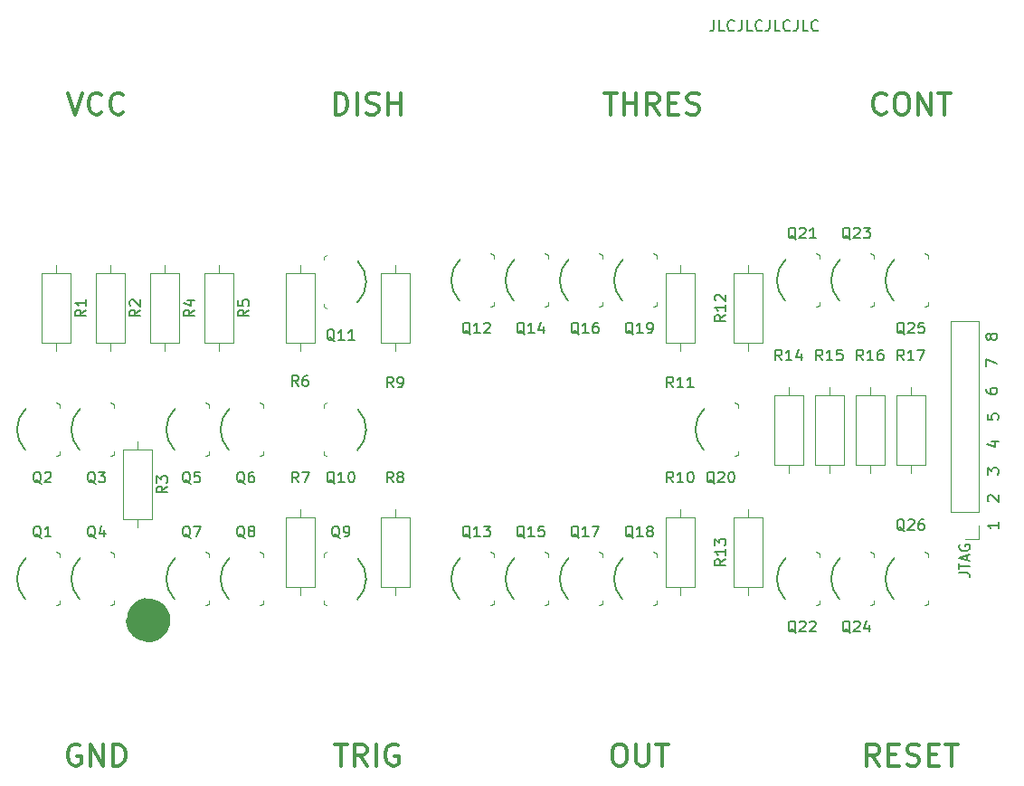
<source format=gbr>
G04 #@! TF.GenerationSoftware,KiCad,Pcbnew,(5.1.0)-1*
G04 #@! TF.CreationDate,2019-05-16T15:59:12+08:00*
G04 #@! TF.ProjectId,555,3535352e-6b69-4636-9164-5f7063625858,V1.001*
G04 #@! TF.SameCoordinates,Original*
G04 #@! TF.FileFunction,Legend,Top*
G04 #@! TF.FilePolarity,Positive*
%FSLAX46Y46*%
G04 Gerber Fmt 4.6, Leading zero omitted, Abs format (unit mm)*
G04 Created by KiCad (PCBNEW (5.1.0)-1) date 2019-05-16 15:59:12*
%MOMM*%
%LPD*%
G04 APERTURE LIST*
%ADD10C,0.203200*%
%ADD11C,0.100000*%
%ADD12C,4.000000*%
%ADD13C,0.150000*%
%ADD14C,0.120000*%
%ADD15C,0.304800*%
G04 APERTURE END LIST*
D10*
X159899047Y-103093761D02*
X159850666Y-103190523D01*
X159802285Y-103238904D01*
X159705523Y-103287285D01*
X159657142Y-103287285D01*
X159560380Y-103238904D01*
X159512000Y-103190523D01*
X159463619Y-103093761D01*
X159463619Y-102900238D01*
X159512000Y-102803476D01*
X159560380Y-102755095D01*
X159657142Y-102706714D01*
X159705523Y-102706714D01*
X159802285Y-102755095D01*
X159850666Y-102803476D01*
X159899047Y-102900238D01*
X159899047Y-103093761D01*
X159947428Y-103190523D01*
X159995809Y-103238904D01*
X160092571Y-103287285D01*
X160286095Y-103287285D01*
X160382857Y-103238904D01*
X160431238Y-103190523D01*
X160479619Y-103093761D01*
X160479619Y-102900238D01*
X160431238Y-102803476D01*
X160382857Y-102755095D01*
X160286095Y-102706714D01*
X160092571Y-102706714D01*
X159995809Y-102755095D01*
X159947428Y-102803476D01*
X159899047Y-102900238D01*
X159463619Y-105748666D02*
X159463619Y-105071333D01*
X160479619Y-105506761D01*
X159463619Y-107883476D02*
X159463619Y-108077000D01*
X159512000Y-108173761D01*
X159560380Y-108222142D01*
X159705523Y-108318904D01*
X159899047Y-108367285D01*
X160286095Y-108367285D01*
X160382857Y-108318904D01*
X160431238Y-108270523D01*
X160479619Y-108173761D01*
X160479619Y-107980238D01*
X160431238Y-107883476D01*
X160382857Y-107835095D01*
X160286095Y-107786714D01*
X160044190Y-107786714D01*
X159947428Y-107835095D01*
X159899047Y-107883476D01*
X159850666Y-107980238D01*
X159850666Y-108173761D01*
X159899047Y-108270523D01*
X159947428Y-108318904D01*
X160044190Y-108367285D01*
X159590619Y-110248095D02*
X159590619Y-110731904D01*
X160074428Y-110780285D01*
X160026047Y-110731904D01*
X159977666Y-110635142D01*
X159977666Y-110393238D01*
X160026047Y-110296476D01*
X160074428Y-110248095D01*
X160171190Y-110199714D01*
X160413095Y-110199714D01*
X160509857Y-110248095D01*
X160558238Y-110296476D01*
X160606619Y-110393238D01*
X160606619Y-110635142D01*
X160558238Y-110731904D01*
X160509857Y-110780285D01*
X159929285Y-112836476D02*
X160606619Y-112836476D01*
X159542238Y-113078380D02*
X160267952Y-113320285D01*
X160267952Y-112691333D01*
X159590619Y-115908666D02*
X159590619Y-115279714D01*
X159977666Y-115618380D01*
X159977666Y-115473238D01*
X160026047Y-115376476D01*
X160074428Y-115328095D01*
X160171190Y-115279714D01*
X160413095Y-115279714D01*
X160509857Y-115328095D01*
X160558238Y-115376476D01*
X160606619Y-115473238D01*
X160606619Y-115763523D01*
X160558238Y-115860285D01*
X160509857Y-115908666D01*
X159687380Y-118400285D02*
X159639000Y-118351904D01*
X159590619Y-118255142D01*
X159590619Y-118013238D01*
X159639000Y-117916476D01*
X159687380Y-117868095D01*
X159784142Y-117819714D01*
X159880904Y-117819714D01*
X160026047Y-117868095D01*
X160606619Y-118448666D01*
X160606619Y-117819714D01*
X160606619Y-120359714D02*
X160606619Y-120940285D01*
X160606619Y-120650000D02*
X159590619Y-120650000D01*
X159735761Y-120746761D01*
X159832523Y-120843523D01*
X159880904Y-120940285D01*
D11*
G36*
X81915000Y-130175000D02*
G01*
X80645000Y-130175000D01*
X80645000Y-128905000D01*
X81280000Y-128905000D01*
X81915000Y-130175000D01*
G37*
X81915000Y-130175000D02*
X80645000Y-130175000D01*
X80645000Y-128905000D01*
X81280000Y-128905000D01*
X81915000Y-130175000D01*
D12*
X81126000Y-129540000D02*
G75*
G03X81126000Y-129540000I-100000J0D01*
G01*
D10*
X133991047Y-73357619D02*
X133991047Y-74083333D01*
X133942666Y-74228476D01*
X133845904Y-74325238D01*
X133700761Y-74373619D01*
X133604000Y-74373619D01*
X134958666Y-74373619D02*
X134474857Y-74373619D01*
X134474857Y-73357619D01*
X135877904Y-74276857D02*
X135829523Y-74325238D01*
X135684380Y-74373619D01*
X135587619Y-74373619D01*
X135442476Y-74325238D01*
X135345714Y-74228476D01*
X135297333Y-74131714D01*
X135248952Y-73938190D01*
X135248952Y-73793047D01*
X135297333Y-73599523D01*
X135345714Y-73502761D01*
X135442476Y-73406000D01*
X135587619Y-73357619D01*
X135684380Y-73357619D01*
X135829523Y-73406000D01*
X135877904Y-73454380D01*
X136603619Y-73357619D02*
X136603619Y-74083333D01*
X136555238Y-74228476D01*
X136458476Y-74325238D01*
X136313333Y-74373619D01*
X136216571Y-74373619D01*
X137571238Y-74373619D02*
X137087428Y-74373619D01*
X137087428Y-73357619D01*
X138490476Y-74276857D02*
X138442095Y-74325238D01*
X138296952Y-74373619D01*
X138200190Y-74373619D01*
X138055047Y-74325238D01*
X137958285Y-74228476D01*
X137909904Y-74131714D01*
X137861523Y-73938190D01*
X137861523Y-73793047D01*
X137909904Y-73599523D01*
X137958285Y-73502761D01*
X138055047Y-73406000D01*
X138200190Y-73357619D01*
X138296952Y-73357619D01*
X138442095Y-73406000D01*
X138490476Y-73454380D01*
X139216190Y-73357619D02*
X139216190Y-74083333D01*
X139167809Y-74228476D01*
X139071047Y-74325238D01*
X138925904Y-74373619D01*
X138829142Y-74373619D01*
X140183809Y-74373619D02*
X139700000Y-74373619D01*
X139700000Y-73357619D01*
X141103047Y-74276857D02*
X141054666Y-74325238D01*
X140909523Y-74373619D01*
X140812761Y-74373619D01*
X140667619Y-74325238D01*
X140570857Y-74228476D01*
X140522476Y-74131714D01*
X140474095Y-73938190D01*
X140474095Y-73793047D01*
X140522476Y-73599523D01*
X140570857Y-73502761D01*
X140667619Y-73406000D01*
X140812761Y-73357619D01*
X140909523Y-73357619D01*
X141054666Y-73406000D01*
X141103047Y-73454380D01*
X141828761Y-73357619D02*
X141828761Y-74083333D01*
X141780380Y-74228476D01*
X141683619Y-74325238D01*
X141538476Y-74373619D01*
X141441714Y-74373619D01*
X142796380Y-74373619D02*
X142312571Y-74373619D01*
X142312571Y-73357619D01*
X143715619Y-74276857D02*
X143667238Y-74325238D01*
X143522095Y-74373619D01*
X143425333Y-74373619D01*
X143280190Y-74325238D01*
X143183428Y-74228476D01*
X143135047Y-74131714D01*
X143086666Y-73938190D01*
X143086666Y-73793047D01*
X143135047Y-73599523D01*
X143183428Y-73502761D01*
X143280190Y-73406000D01*
X143425333Y-73357619D01*
X143522095Y-73357619D01*
X143667238Y-73406000D01*
X143715619Y-73454380D01*
D13*
X125450000Y-95780000D02*
G75*
G03X125400000Y-99630000I1900000J-1950000D01*
G01*
D11*
X128600000Y-95380000D02*
X128300000Y-95230000D01*
X128600000Y-95380000D02*
X128600000Y-95680000D01*
X128600000Y-99780000D02*
X128600000Y-100080000D01*
X128600000Y-100080000D02*
X128300000Y-100230000D01*
D14*
X87630000Y-104370000D02*
X87630000Y-103600000D01*
X87630000Y-96290000D02*
X87630000Y-97060000D01*
X89000000Y-103600000D02*
X89000000Y-97060000D01*
X86260000Y-103600000D02*
X89000000Y-103600000D01*
X86260000Y-97060000D02*
X86260000Y-103600000D01*
X89000000Y-97060000D02*
X86260000Y-97060000D01*
X81380000Y-113570000D02*
X78640000Y-113570000D01*
X78640000Y-113570000D02*
X78640000Y-120110000D01*
X78640000Y-120110000D02*
X81380000Y-120110000D01*
X81380000Y-120110000D02*
X81380000Y-113570000D01*
X80010000Y-112800000D02*
X80010000Y-113570000D01*
X80010000Y-120880000D02*
X80010000Y-120110000D01*
X158810000Y-121980000D02*
X157480000Y-121980000D01*
X158810000Y-120650000D02*
X158810000Y-121980000D01*
X158810000Y-119380000D02*
X156150000Y-119380000D01*
X156150000Y-119380000D02*
X156150000Y-101540000D01*
X158810000Y-119380000D02*
X158810000Y-101540000D01*
X158810000Y-101540000D02*
X156150000Y-101540000D01*
D13*
X69570000Y-123720000D02*
G75*
G03X69520000Y-127570000I1900000J-1950000D01*
G01*
D11*
X72720000Y-123320000D02*
X72420000Y-123170000D01*
X72720000Y-123320000D02*
X72720000Y-123620000D01*
X72720000Y-127720000D02*
X72720000Y-128020000D01*
X72720000Y-128020000D02*
X72420000Y-128170000D01*
D13*
X69570000Y-109750000D02*
G75*
G03X69520000Y-113600000I1900000J-1950000D01*
G01*
D11*
X72720000Y-109350000D02*
X72420000Y-109200000D01*
X72720000Y-109350000D02*
X72720000Y-109650000D01*
X72720000Y-113750000D02*
X72720000Y-114050000D01*
X72720000Y-114050000D02*
X72420000Y-114200000D01*
X77800000Y-114050000D02*
X77500000Y-114200000D01*
X77800000Y-113750000D02*
X77800000Y-114050000D01*
X77800000Y-109350000D02*
X77800000Y-109650000D01*
X77800000Y-109350000D02*
X77500000Y-109200000D01*
D13*
X74650000Y-109750000D02*
G75*
G03X74600000Y-113600000I1900000J-1950000D01*
G01*
X74650000Y-123720000D02*
G75*
G03X74600000Y-127570000I1900000J-1950000D01*
G01*
D11*
X77800000Y-123320000D02*
X77500000Y-123170000D01*
X77800000Y-123320000D02*
X77800000Y-123620000D01*
X77800000Y-127720000D02*
X77800000Y-128020000D01*
X77800000Y-128020000D02*
X77500000Y-128170000D01*
D13*
X83540000Y-109750000D02*
G75*
G03X83490000Y-113600000I1900000J-1950000D01*
G01*
D11*
X86690000Y-109350000D02*
X86390000Y-109200000D01*
X86690000Y-109350000D02*
X86690000Y-109650000D01*
X86690000Y-113750000D02*
X86690000Y-114050000D01*
X86690000Y-114050000D02*
X86390000Y-114200000D01*
D13*
X88620000Y-109750000D02*
G75*
G03X88570000Y-113600000I1900000J-1950000D01*
G01*
D11*
X91770000Y-109350000D02*
X91470000Y-109200000D01*
X91770000Y-109350000D02*
X91770000Y-109650000D01*
X91770000Y-113750000D02*
X91770000Y-114050000D01*
X91770000Y-114050000D02*
X91470000Y-114200000D01*
X86690000Y-128020000D02*
X86390000Y-128170000D01*
X86690000Y-127720000D02*
X86690000Y-128020000D01*
X86690000Y-123320000D02*
X86690000Y-123620000D01*
X86690000Y-123320000D02*
X86390000Y-123170000D01*
D13*
X83540000Y-123720000D02*
G75*
G03X83490000Y-127570000I1900000J-1950000D01*
G01*
D11*
X91770000Y-128020000D02*
X91470000Y-128170000D01*
X91770000Y-127720000D02*
X91770000Y-128020000D01*
X91770000Y-123320000D02*
X91770000Y-123620000D01*
X91770000Y-123320000D02*
X91470000Y-123170000D01*
D13*
X88620000Y-123720000D02*
G75*
G03X88570000Y-127570000I1900000J-1950000D01*
G01*
D11*
X97460000Y-123313000D02*
X97760000Y-123163000D01*
X97460000Y-123613000D02*
X97460000Y-123313000D01*
X97460000Y-128013000D02*
X97460000Y-127713000D01*
X97460000Y-128013000D02*
X97760000Y-128163000D01*
D13*
X100610000Y-127613000D02*
G75*
G03X100660000Y-123763000I-1900000J1950000D01*
G01*
X100610000Y-113643000D02*
G75*
G03X100660000Y-109793000I-1900000J1950000D01*
G01*
D11*
X97460000Y-114043000D02*
X97760000Y-114193000D01*
X97460000Y-114043000D02*
X97460000Y-113743000D01*
X97460000Y-109643000D02*
X97460000Y-109343000D01*
X97460000Y-109343000D02*
X97760000Y-109193000D01*
D13*
X100610000Y-99800000D02*
G75*
G03X100660000Y-95950000I-1900000J1950000D01*
G01*
D11*
X97460000Y-100200000D02*
X97760000Y-100350000D01*
X97460000Y-100200000D02*
X97460000Y-99900000D01*
X97460000Y-95800000D02*
X97460000Y-95500000D01*
X97460000Y-95500000D02*
X97760000Y-95350000D01*
D13*
X110210000Y-95780000D02*
G75*
G03X110160000Y-99630000I1900000J-1950000D01*
G01*
D11*
X113360000Y-95380000D02*
X113060000Y-95230000D01*
X113360000Y-95380000D02*
X113360000Y-95680000D01*
X113360000Y-99780000D02*
X113360000Y-100080000D01*
X113360000Y-100080000D02*
X113060000Y-100230000D01*
X113360000Y-128020000D02*
X113060000Y-128170000D01*
X113360000Y-127720000D02*
X113360000Y-128020000D01*
X113360000Y-123320000D02*
X113360000Y-123620000D01*
X113360000Y-123320000D02*
X113060000Y-123170000D01*
D13*
X110210000Y-123720000D02*
G75*
G03X110160000Y-127570000I1900000J-1950000D01*
G01*
D11*
X118440000Y-100080000D02*
X118140000Y-100230000D01*
X118440000Y-99780000D02*
X118440000Y-100080000D01*
X118440000Y-95380000D02*
X118440000Y-95680000D01*
X118440000Y-95380000D02*
X118140000Y-95230000D01*
D13*
X115290000Y-95780000D02*
G75*
G03X115240000Y-99630000I1900000J-1950000D01*
G01*
X115290000Y-123720000D02*
G75*
G03X115240000Y-127570000I1900000J-1950000D01*
G01*
D11*
X118440000Y-123320000D02*
X118140000Y-123170000D01*
X118440000Y-123320000D02*
X118440000Y-123620000D01*
X118440000Y-127720000D02*
X118440000Y-128020000D01*
X118440000Y-128020000D02*
X118140000Y-128170000D01*
D13*
X120370000Y-95780000D02*
G75*
G03X120320000Y-99630000I1900000J-1950000D01*
G01*
D11*
X123520000Y-95380000D02*
X123220000Y-95230000D01*
X123520000Y-95380000D02*
X123520000Y-95680000D01*
X123520000Y-99780000D02*
X123520000Y-100080000D01*
X123520000Y-100080000D02*
X123220000Y-100230000D01*
X123520000Y-128020000D02*
X123220000Y-128170000D01*
X123520000Y-127720000D02*
X123520000Y-128020000D01*
X123520000Y-123320000D02*
X123520000Y-123620000D01*
X123520000Y-123320000D02*
X123220000Y-123170000D01*
D13*
X120370000Y-123720000D02*
G75*
G03X120320000Y-127570000I1900000J-1950000D01*
G01*
D11*
X128600000Y-128020000D02*
X128300000Y-128170000D01*
X128600000Y-127720000D02*
X128600000Y-128020000D01*
X128600000Y-123320000D02*
X128600000Y-123620000D01*
X128600000Y-123320000D02*
X128300000Y-123170000D01*
D13*
X125450000Y-123720000D02*
G75*
G03X125400000Y-127570000I1900000J-1950000D01*
G01*
X133070000Y-109750000D02*
G75*
G03X133020000Y-113600000I1900000J-1950000D01*
G01*
D11*
X136220000Y-109350000D02*
X135920000Y-109200000D01*
X136220000Y-109350000D02*
X136220000Y-109650000D01*
X136220000Y-113750000D02*
X136220000Y-114050000D01*
X136220000Y-114050000D02*
X135920000Y-114200000D01*
X143840000Y-100080000D02*
X143540000Y-100230000D01*
X143840000Y-99780000D02*
X143840000Y-100080000D01*
X143840000Y-95380000D02*
X143840000Y-95680000D01*
X143840000Y-95380000D02*
X143540000Y-95230000D01*
D13*
X140690000Y-95780000D02*
G75*
G03X140640000Y-99630000I1900000J-1950000D01*
G01*
D11*
X143840000Y-128020000D02*
X143540000Y-128170000D01*
X143840000Y-127720000D02*
X143840000Y-128020000D01*
X143840000Y-123320000D02*
X143840000Y-123620000D01*
X143840000Y-123320000D02*
X143540000Y-123170000D01*
D13*
X140690000Y-123720000D02*
G75*
G03X140640000Y-127570000I1900000J-1950000D01*
G01*
D11*
X148920000Y-100080000D02*
X148620000Y-100230000D01*
X148920000Y-99780000D02*
X148920000Y-100080000D01*
X148920000Y-95380000D02*
X148920000Y-95680000D01*
X148920000Y-95380000D02*
X148620000Y-95230000D01*
D13*
X145770000Y-95780000D02*
G75*
G03X145720000Y-99630000I1900000J-1950000D01*
G01*
X145770000Y-123720000D02*
G75*
G03X145720000Y-127570000I1900000J-1950000D01*
G01*
D11*
X148920000Y-123320000D02*
X148620000Y-123170000D01*
X148920000Y-123320000D02*
X148920000Y-123620000D01*
X148920000Y-127720000D02*
X148920000Y-128020000D01*
X148920000Y-128020000D02*
X148620000Y-128170000D01*
D13*
X150850000Y-95780000D02*
G75*
G03X150800000Y-99630000I1900000J-1950000D01*
G01*
D11*
X154000000Y-95380000D02*
X153700000Y-95230000D01*
X154000000Y-95380000D02*
X154000000Y-95680000D01*
X154000000Y-99780000D02*
X154000000Y-100080000D01*
X154000000Y-100080000D02*
X153700000Y-100230000D01*
D13*
X150850000Y-123720000D02*
G75*
G03X150800000Y-127570000I1900000J-1950000D01*
G01*
D11*
X154000000Y-123320000D02*
X153700000Y-123170000D01*
X154000000Y-123320000D02*
X154000000Y-123620000D01*
X154000000Y-127720000D02*
X154000000Y-128020000D01*
X154000000Y-128020000D02*
X153700000Y-128170000D01*
D14*
X73760000Y-97060000D02*
X71020000Y-97060000D01*
X71020000Y-97060000D02*
X71020000Y-103600000D01*
X71020000Y-103600000D02*
X73760000Y-103600000D01*
X73760000Y-103600000D02*
X73760000Y-97060000D01*
X72390000Y-96290000D02*
X72390000Y-97060000D01*
X72390000Y-104370000D02*
X72390000Y-103600000D01*
X78840000Y-97060000D02*
X76100000Y-97060000D01*
X76100000Y-97060000D02*
X76100000Y-103600000D01*
X76100000Y-103600000D02*
X78840000Y-103600000D01*
X78840000Y-103600000D02*
X78840000Y-97060000D01*
X77470000Y-96290000D02*
X77470000Y-97060000D01*
X77470000Y-104370000D02*
X77470000Y-103600000D01*
X82550000Y-104370000D02*
X82550000Y-103600000D01*
X82550000Y-96290000D02*
X82550000Y-97060000D01*
X83920000Y-103600000D02*
X83920000Y-97060000D01*
X81180000Y-103600000D02*
X83920000Y-103600000D01*
X81180000Y-97060000D02*
X81180000Y-103600000D01*
X83920000Y-97060000D02*
X81180000Y-97060000D01*
X93880000Y-103600000D02*
X96620000Y-103600000D01*
X96620000Y-103600000D02*
X96620000Y-97060000D01*
X96620000Y-97060000D02*
X93880000Y-97060000D01*
X93880000Y-97060000D02*
X93880000Y-103600000D01*
X95250000Y-104370000D02*
X95250000Y-103600000D01*
X95250000Y-96290000D02*
X95250000Y-97060000D01*
X95250000Y-127230000D02*
X95250000Y-126460000D01*
X95250000Y-119150000D02*
X95250000Y-119920000D01*
X96620000Y-126460000D02*
X96620000Y-119920000D01*
X93880000Y-126460000D02*
X96620000Y-126460000D01*
X93880000Y-119920000D02*
X93880000Y-126460000D01*
X96620000Y-119920000D02*
X93880000Y-119920000D01*
X104140000Y-127230000D02*
X104140000Y-126460000D01*
X104140000Y-119150000D02*
X104140000Y-119920000D01*
X105510000Y-126460000D02*
X105510000Y-119920000D01*
X102770000Y-126460000D02*
X105510000Y-126460000D01*
X102770000Y-119920000D02*
X102770000Y-126460000D01*
X105510000Y-119920000D02*
X102770000Y-119920000D01*
X102770000Y-103600000D02*
X105510000Y-103600000D01*
X105510000Y-103600000D02*
X105510000Y-97060000D01*
X105510000Y-97060000D02*
X102770000Y-97060000D01*
X102770000Y-97060000D02*
X102770000Y-103600000D01*
X104140000Y-104370000D02*
X104140000Y-103600000D01*
X104140000Y-96290000D02*
X104140000Y-97060000D01*
X130810000Y-119150000D02*
X130810000Y-119920000D01*
X130810000Y-127230000D02*
X130810000Y-126460000D01*
X129440000Y-119920000D02*
X129440000Y-126460000D01*
X132180000Y-119920000D02*
X129440000Y-119920000D01*
X132180000Y-126460000D02*
X132180000Y-119920000D01*
X129440000Y-126460000D02*
X132180000Y-126460000D01*
X130810000Y-96290000D02*
X130810000Y-97060000D01*
X130810000Y-104370000D02*
X130810000Y-103600000D01*
X129440000Y-97060000D02*
X129440000Y-103600000D01*
X132180000Y-97060000D02*
X129440000Y-97060000D01*
X132180000Y-103600000D02*
X132180000Y-97060000D01*
X129440000Y-103600000D02*
X132180000Y-103600000D01*
X138530000Y-97060000D02*
X135790000Y-97060000D01*
X135790000Y-97060000D02*
X135790000Y-103600000D01*
X135790000Y-103600000D02*
X138530000Y-103600000D01*
X138530000Y-103600000D02*
X138530000Y-97060000D01*
X137160000Y-96290000D02*
X137160000Y-97060000D01*
X137160000Y-104370000D02*
X137160000Y-103600000D01*
X135790000Y-126460000D02*
X138530000Y-126460000D01*
X138530000Y-126460000D02*
X138530000Y-119920000D01*
X138530000Y-119920000D02*
X135790000Y-119920000D01*
X135790000Y-119920000D02*
X135790000Y-126460000D01*
X137160000Y-127230000D02*
X137160000Y-126460000D01*
X137160000Y-119150000D02*
X137160000Y-119920000D01*
X140970000Y-107720000D02*
X140970000Y-108490000D01*
X140970000Y-115800000D02*
X140970000Y-115030000D01*
X139600000Y-108490000D02*
X139600000Y-115030000D01*
X142340000Y-108490000D02*
X139600000Y-108490000D01*
X142340000Y-115030000D02*
X142340000Y-108490000D01*
X139600000Y-115030000D02*
X142340000Y-115030000D01*
X144780000Y-107720000D02*
X144780000Y-108490000D01*
X144780000Y-115800000D02*
X144780000Y-115030000D01*
X143410000Y-108490000D02*
X143410000Y-115030000D01*
X146150000Y-108490000D02*
X143410000Y-108490000D01*
X146150000Y-115030000D02*
X146150000Y-108490000D01*
X143410000Y-115030000D02*
X146150000Y-115030000D01*
X149960000Y-108490000D02*
X147220000Y-108490000D01*
X147220000Y-108490000D02*
X147220000Y-115030000D01*
X147220000Y-115030000D02*
X149960000Y-115030000D01*
X149960000Y-115030000D02*
X149960000Y-108490000D01*
X148590000Y-107720000D02*
X148590000Y-108490000D01*
X148590000Y-115800000D02*
X148590000Y-115030000D01*
X152400000Y-107720000D02*
X152400000Y-108490000D01*
X152400000Y-115800000D02*
X152400000Y-115030000D01*
X151030000Y-108490000D02*
X151030000Y-115030000D01*
X153770000Y-108490000D02*
X151030000Y-108490000D01*
X153770000Y-115030000D02*
X153770000Y-108490000D01*
X151030000Y-115030000D02*
X153770000Y-115030000D01*
D15*
X98552000Y-82199238D02*
X98552000Y-80167238D01*
X99035809Y-80167238D01*
X99326095Y-80264000D01*
X99519619Y-80457523D01*
X99616380Y-80651047D01*
X99713142Y-81038095D01*
X99713142Y-81328380D01*
X99616380Y-81715428D01*
X99519619Y-81908952D01*
X99326095Y-82102476D01*
X99035809Y-82199238D01*
X98552000Y-82199238D01*
X100584000Y-82199238D02*
X100584000Y-80167238D01*
X101454857Y-82102476D02*
X101745142Y-82199238D01*
X102228952Y-82199238D01*
X102422476Y-82102476D01*
X102519238Y-82005714D01*
X102616000Y-81812190D01*
X102616000Y-81618666D01*
X102519238Y-81425142D01*
X102422476Y-81328380D01*
X102228952Y-81231619D01*
X101841904Y-81134857D01*
X101648380Y-81038095D01*
X101551619Y-80941333D01*
X101454857Y-80747809D01*
X101454857Y-80554285D01*
X101551619Y-80360761D01*
X101648380Y-80264000D01*
X101841904Y-80167238D01*
X102325714Y-80167238D01*
X102616000Y-80264000D01*
X103486857Y-82199238D02*
X103486857Y-80167238D01*
X103486857Y-81134857D02*
X104648000Y-81134857D01*
X104648000Y-82199238D02*
X104648000Y-80167238D01*
X149448761Y-143159238D02*
X148771428Y-142191619D01*
X148287619Y-143159238D02*
X148287619Y-141127238D01*
X149061714Y-141127238D01*
X149255238Y-141224000D01*
X149352000Y-141320761D01*
X149448761Y-141514285D01*
X149448761Y-141804571D01*
X149352000Y-141998095D01*
X149255238Y-142094857D01*
X149061714Y-142191619D01*
X148287619Y-142191619D01*
X150319619Y-142094857D02*
X150996952Y-142094857D01*
X151287238Y-143159238D02*
X150319619Y-143159238D01*
X150319619Y-141127238D01*
X151287238Y-141127238D01*
X152061333Y-143062476D02*
X152351619Y-143159238D01*
X152835428Y-143159238D01*
X153028952Y-143062476D01*
X153125714Y-142965714D01*
X153222476Y-142772190D01*
X153222476Y-142578666D01*
X153125714Y-142385142D01*
X153028952Y-142288380D01*
X152835428Y-142191619D01*
X152448380Y-142094857D01*
X152254857Y-141998095D01*
X152158095Y-141901333D01*
X152061333Y-141707809D01*
X152061333Y-141514285D01*
X152158095Y-141320761D01*
X152254857Y-141224000D01*
X152448380Y-141127238D01*
X152932190Y-141127238D01*
X153222476Y-141224000D01*
X154093333Y-142094857D02*
X154770666Y-142094857D01*
X155060952Y-143159238D02*
X154093333Y-143159238D01*
X154093333Y-141127238D01*
X155060952Y-141127238D01*
X155641523Y-141127238D02*
X156802666Y-141127238D01*
X156222095Y-143159238D02*
X156222095Y-141127238D01*
X98503619Y-141127238D02*
X99664761Y-141127238D01*
X99084190Y-143159238D02*
X99084190Y-141127238D01*
X101503238Y-143159238D02*
X100825904Y-142191619D01*
X100342095Y-143159238D02*
X100342095Y-141127238D01*
X101116190Y-141127238D01*
X101309714Y-141224000D01*
X101406476Y-141320761D01*
X101503238Y-141514285D01*
X101503238Y-141804571D01*
X101406476Y-141998095D01*
X101309714Y-142094857D01*
X101116190Y-142191619D01*
X100342095Y-142191619D01*
X102374095Y-143159238D02*
X102374095Y-141127238D01*
X104406095Y-141224000D02*
X104212571Y-141127238D01*
X103922285Y-141127238D01*
X103632000Y-141224000D01*
X103438476Y-141417523D01*
X103341714Y-141611047D01*
X103244952Y-141998095D01*
X103244952Y-142288380D01*
X103341714Y-142675428D01*
X103438476Y-142868952D01*
X103632000Y-143062476D01*
X103922285Y-143159238D01*
X104115809Y-143159238D01*
X104406095Y-143062476D01*
X104502857Y-142965714D01*
X104502857Y-142288380D01*
X104115809Y-142288380D01*
X124968000Y-141127238D02*
X125355047Y-141127238D01*
X125548571Y-141224000D01*
X125742095Y-141417523D01*
X125838857Y-141804571D01*
X125838857Y-142481904D01*
X125742095Y-142868952D01*
X125548571Y-143062476D01*
X125355047Y-143159238D01*
X124968000Y-143159238D01*
X124774476Y-143062476D01*
X124580952Y-142868952D01*
X124484190Y-142481904D01*
X124484190Y-141804571D01*
X124580952Y-141417523D01*
X124774476Y-141224000D01*
X124968000Y-141127238D01*
X126709714Y-141127238D02*
X126709714Y-142772190D01*
X126806476Y-142965714D01*
X126903238Y-143062476D01*
X127096761Y-143159238D01*
X127483809Y-143159238D01*
X127677333Y-143062476D01*
X127774095Y-142965714D01*
X127870857Y-142772190D01*
X127870857Y-141127238D01*
X128548190Y-141127238D02*
X129709333Y-141127238D01*
X129128761Y-143159238D02*
X129128761Y-141127238D01*
X150126095Y-82005714D02*
X150029333Y-82102476D01*
X149739047Y-82199238D01*
X149545523Y-82199238D01*
X149255238Y-82102476D01*
X149061714Y-81908952D01*
X148964952Y-81715428D01*
X148868190Y-81328380D01*
X148868190Y-81038095D01*
X148964952Y-80651047D01*
X149061714Y-80457523D01*
X149255238Y-80264000D01*
X149545523Y-80167238D01*
X149739047Y-80167238D01*
X150029333Y-80264000D01*
X150126095Y-80360761D01*
X151384000Y-80167238D02*
X151771047Y-80167238D01*
X151964571Y-80264000D01*
X152158095Y-80457523D01*
X152254857Y-80844571D01*
X152254857Y-81521904D01*
X152158095Y-81908952D01*
X151964571Y-82102476D01*
X151771047Y-82199238D01*
X151384000Y-82199238D01*
X151190476Y-82102476D01*
X150996952Y-81908952D01*
X150900190Y-81521904D01*
X150900190Y-80844571D01*
X150996952Y-80457523D01*
X151190476Y-80264000D01*
X151384000Y-80167238D01*
X153125714Y-82199238D02*
X153125714Y-80167238D01*
X154286857Y-82199238D01*
X154286857Y-80167238D01*
X154964190Y-80167238D02*
X156125333Y-80167238D01*
X155544761Y-82199238D02*
X155544761Y-80167238D01*
X74651809Y-141224000D02*
X74458285Y-141127238D01*
X74168000Y-141127238D01*
X73877714Y-141224000D01*
X73684190Y-141417523D01*
X73587428Y-141611047D01*
X73490666Y-141998095D01*
X73490666Y-142288380D01*
X73587428Y-142675428D01*
X73684190Y-142868952D01*
X73877714Y-143062476D01*
X74168000Y-143159238D01*
X74361523Y-143159238D01*
X74651809Y-143062476D01*
X74748571Y-142965714D01*
X74748571Y-142288380D01*
X74361523Y-142288380D01*
X75619428Y-143159238D02*
X75619428Y-141127238D01*
X76780571Y-143159238D01*
X76780571Y-141127238D01*
X77748190Y-143159238D02*
X77748190Y-141127238D01*
X78232000Y-141127238D01*
X78522285Y-141224000D01*
X78715809Y-141417523D01*
X78812571Y-141611047D01*
X78909333Y-141998095D01*
X78909333Y-142288380D01*
X78812571Y-142675428D01*
X78715809Y-142868952D01*
X78522285Y-143062476D01*
X78232000Y-143159238D01*
X77748190Y-143159238D01*
X123722190Y-80167238D02*
X124883333Y-80167238D01*
X124302761Y-82199238D02*
X124302761Y-80167238D01*
X125560666Y-82199238D02*
X125560666Y-80167238D01*
X125560666Y-81134857D02*
X126721809Y-81134857D01*
X126721809Y-82199238D02*
X126721809Y-80167238D01*
X128850571Y-82199238D02*
X128173238Y-81231619D01*
X127689428Y-82199238D02*
X127689428Y-80167238D01*
X128463523Y-80167238D01*
X128657047Y-80264000D01*
X128753809Y-80360761D01*
X128850571Y-80554285D01*
X128850571Y-80844571D01*
X128753809Y-81038095D01*
X128657047Y-81134857D01*
X128463523Y-81231619D01*
X127689428Y-81231619D01*
X129721428Y-81134857D02*
X130398761Y-81134857D01*
X130689047Y-82199238D02*
X129721428Y-82199238D01*
X129721428Y-80167238D01*
X130689047Y-80167238D01*
X131463142Y-82102476D02*
X131753428Y-82199238D01*
X132237238Y-82199238D01*
X132430761Y-82102476D01*
X132527523Y-82005714D01*
X132624285Y-81812190D01*
X132624285Y-81618666D01*
X132527523Y-81425142D01*
X132430761Y-81328380D01*
X132237238Y-81231619D01*
X131850190Y-81134857D01*
X131656666Y-81038095D01*
X131559904Y-80941333D01*
X131463142Y-80747809D01*
X131463142Y-80554285D01*
X131559904Y-80360761D01*
X131656666Y-80264000D01*
X131850190Y-80167238D01*
X132334000Y-80167238D01*
X132624285Y-80264000D01*
X73490666Y-80167238D02*
X74168000Y-82199238D01*
X74845333Y-80167238D01*
X76683809Y-82005714D02*
X76587047Y-82102476D01*
X76296761Y-82199238D01*
X76103238Y-82199238D01*
X75812952Y-82102476D01*
X75619428Y-81908952D01*
X75522666Y-81715428D01*
X75425904Y-81328380D01*
X75425904Y-81038095D01*
X75522666Y-80651047D01*
X75619428Y-80457523D01*
X75812952Y-80264000D01*
X76103238Y-80167238D01*
X76296761Y-80167238D01*
X76587047Y-80264000D01*
X76683809Y-80360761D01*
X78715809Y-82005714D02*
X78619047Y-82102476D01*
X78328761Y-82199238D01*
X78135238Y-82199238D01*
X77844952Y-82102476D01*
X77651428Y-81908952D01*
X77554666Y-81715428D01*
X77457904Y-81328380D01*
X77457904Y-81038095D01*
X77554666Y-80651047D01*
X77651428Y-80457523D01*
X77844952Y-80264000D01*
X78135238Y-80167238D01*
X78328761Y-80167238D01*
X78619047Y-80264000D01*
X78715809Y-80360761D01*
D13*
X126428571Y-102782619D02*
X126333333Y-102735000D01*
X126238095Y-102639761D01*
X126095238Y-102496904D01*
X126000000Y-102449285D01*
X125904761Y-102449285D01*
X125952380Y-102687380D02*
X125857142Y-102639761D01*
X125761904Y-102544523D01*
X125714285Y-102354047D01*
X125714285Y-102020714D01*
X125761904Y-101830238D01*
X125857142Y-101735000D01*
X125952380Y-101687380D01*
X126142857Y-101687380D01*
X126238095Y-101735000D01*
X126333333Y-101830238D01*
X126380952Y-102020714D01*
X126380952Y-102354047D01*
X126333333Y-102544523D01*
X126238095Y-102639761D01*
X126142857Y-102687380D01*
X125952380Y-102687380D01*
X127333333Y-102687380D02*
X126761904Y-102687380D01*
X127047619Y-102687380D02*
X127047619Y-101687380D01*
X126952380Y-101830238D01*
X126857142Y-101925476D01*
X126761904Y-101973095D01*
X127809523Y-102687380D02*
X128000000Y-102687380D01*
X128095238Y-102639761D01*
X128142857Y-102592142D01*
X128238095Y-102449285D01*
X128285714Y-102258809D01*
X128285714Y-101877857D01*
X128238095Y-101782619D01*
X128190476Y-101735000D01*
X128095238Y-101687380D01*
X127904761Y-101687380D01*
X127809523Y-101735000D01*
X127761904Y-101782619D01*
X127714285Y-101877857D01*
X127714285Y-102115952D01*
X127761904Y-102211190D01*
X127809523Y-102258809D01*
X127904761Y-102306428D01*
X128095238Y-102306428D01*
X128190476Y-102258809D01*
X128238095Y-102211190D01*
X128285714Y-102115952D01*
X90452380Y-100496666D02*
X89976190Y-100830000D01*
X90452380Y-101068095D02*
X89452380Y-101068095D01*
X89452380Y-100687142D01*
X89500000Y-100591904D01*
X89547619Y-100544285D01*
X89642857Y-100496666D01*
X89785714Y-100496666D01*
X89880952Y-100544285D01*
X89928571Y-100591904D01*
X89976190Y-100687142D01*
X89976190Y-101068095D01*
X89452380Y-99591904D02*
X89452380Y-100068095D01*
X89928571Y-100115714D01*
X89880952Y-100068095D01*
X89833333Y-99972857D01*
X89833333Y-99734761D01*
X89880952Y-99639523D01*
X89928571Y-99591904D01*
X90023809Y-99544285D01*
X90261904Y-99544285D01*
X90357142Y-99591904D01*
X90404761Y-99639523D01*
X90452380Y-99734761D01*
X90452380Y-99972857D01*
X90404761Y-100068095D01*
X90357142Y-100115714D01*
X82832380Y-117006666D02*
X82356190Y-117340000D01*
X82832380Y-117578095D02*
X81832380Y-117578095D01*
X81832380Y-117197142D01*
X81880000Y-117101904D01*
X81927619Y-117054285D01*
X82022857Y-117006666D01*
X82165714Y-117006666D01*
X82260952Y-117054285D01*
X82308571Y-117101904D01*
X82356190Y-117197142D01*
X82356190Y-117578095D01*
X81832380Y-116673333D02*
X81832380Y-116054285D01*
X82213333Y-116387619D01*
X82213333Y-116244761D01*
X82260952Y-116149523D01*
X82308571Y-116101904D01*
X82403809Y-116054285D01*
X82641904Y-116054285D01*
X82737142Y-116101904D01*
X82784761Y-116149523D01*
X82832380Y-116244761D01*
X82832380Y-116530476D01*
X82784761Y-116625714D01*
X82737142Y-116673333D01*
X156932380Y-125118666D02*
X157646666Y-125118666D01*
X157789523Y-125166285D01*
X157884761Y-125261523D01*
X157932380Y-125404380D01*
X157932380Y-125499619D01*
X156932380Y-124785333D02*
X156932380Y-124213904D01*
X157932380Y-124499619D02*
X156932380Y-124499619D01*
X157646666Y-123928190D02*
X157646666Y-123452000D01*
X157932380Y-124023428D02*
X156932380Y-123690095D01*
X157932380Y-123356761D01*
X156980000Y-122499619D02*
X156932380Y-122594857D01*
X156932380Y-122737714D01*
X156980000Y-122880571D01*
X157075238Y-122975809D01*
X157170476Y-123023428D01*
X157360952Y-123071047D01*
X157503809Y-123071047D01*
X157694285Y-123023428D01*
X157789523Y-122975809D01*
X157884761Y-122880571D01*
X157932380Y-122737714D01*
X157932380Y-122642476D01*
X157884761Y-122499619D01*
X157837142Y-122452000D01*
X157503809Y-122452000D01*
X157503809Y-122642476D01*
X71024761Y-121832619D02*
X70929523Y-121785000D01*
X70834285Y-121689761D01*
X70691428Y-121546904D01*
X70596190Y-121499285D01*
X70500952Y-121499285D01*
X70548571Y-121737380D02*
X70453333Y-121689761D01*
X70358095Y-121594523D01*
X70310476Y-121404047D01*
X70310476Y-121070714D01*
X70358095Y-120880238D01*
X70453333Y-120785000D01*
X70548571Y-120737380D01*
X70739047Y-120737380D01*
X70834285Y-120785000D01*
X70929523Y-120880238D01*
X70977142Y-121070714D01*
X70977142Y-121404047D01*
X70929523Y-121594523D01*
X70834285Y-121689761D01*
X70739047Y-121737380D01*
X70548571Y-121737380D01*
X71929523Y-121737380D02*
X71358095Y-121737380D01*
X71643809Y-121737380D02*
X71643809Y-120737380D01*
X71548571Y-120880238D01*
X71453333Y-120975476D01*
X71358095Y-121023095D01*
X71024761Y-116752619D02*
X70929523Y-116705000D01*
X70834285Y-116609761D01*
X70691428Y-116466904D01*
X70596190Y-116419285D01*
X70500952Y-116419285D01*
X70548571Y-116657380D02*
X70453333Y-116609761D01*
X70358095Y-116514523D01*
X70310476Y-116324047D01*
X70310476Y-115990714D01*
X70358095Y-115800238D01*
X70453333Y-115705000D01*
X70548571Y-115657380D01*
X70739047Y-115657380D01*
X70834285Y-115705000D01*
X70929523Y-115800238D01*
X70977142Y-115990714D01*
X70977142Y-116324047D01*
X70929523Y-116514523D01*
X70834285Y-116609761D01*
X70739047Y-116657380D01*
X70548571Y-116657380D01*
X71358095Y-115752619D02*
X71405714Y-115705000D01*
X71500952Y-115657380D01*
X71739047Y-115657380D01*
X71834285Y-115705000D01*
X71881904Y-115752619D01*
X71929523Y-115847857D01*
X71929523Y-115943095D01*
X71881904Y-116085952D01*
X71310476Y-116657380D01*
X71929523Y-116657380D01*
X76104761Y-116752619D02*
X76009523Y-116705000D01*
X75914285Y-116609761D01*
X75771428Y-116466904D01*
X75676190Y-116419285D01*
X75580952Y-116419285D01*
X75628571Y-116657380D02*
X75533333Y-116609761D01*
X75438095Y-116514523D01*
X75390476Y-116324047D01*
X75390476Y-115990714D01*
X75438095Y-115800238D01*
X75533333Y-115705000D01*
X75628571Y-115657380D01*
X75819047Y-115657380D01*
X75914285Y-115705000D01*
X76009523Y-115800238D01*
X76057142Y-115990714D01*
X76057142Y-116324047D01*
X76009523Y-116514523D01*
X75914285Y-116609761D01*
X75819047Y-116657380D01*
X75628571Y-116657380D01*
X76390476Y-115657380D02*
X77009523Y-115657380D01*
X76676190Y-116038333D01*
X76819047Y-116038333D01*
X76914285Y-116085952D01*
X76961904Y-116133571D01*
X77009523Y-116228809D01*
X77009523Y-116466904D01*
X76961904Y-116562142D01*
X76914285Y-116609761D01*
X76819047Y-116657380D01*
X76533333Y-116657380D01*
X76438095Y-116609761D01*
X76390476Y-116562142D01*
X76104761Y-121832619D02*
X76009523Y-121785000D01*
X75914285Y-121689761D01*
X75771428Y-121546904D01*
X75676190Y-121499285D01*
X75580952Y-121499285D01*
X75628571Y-121737380D02*
X75533333Y-121689761D01*
X75438095Y-121594523D01*
X75390476Y-121404047D01*
X75390476Y-121070714D01*
X75438095Y-120880238D01*
X75533333Y-120785000D01*
X75628571Y-120737380D01*
X75819047Y-120737380D01*
X75914285Y-120785000D01*
X76009523Y-120880238D01*
X76057142Y-121070714D01*
X76057142Y-121404047D01*
X76009523Y-121594523D01*
X75914285Y-121689761D01*
X75819047Y-121737380D01*
X75628571Y-121737380D01*
X76914285Y-121070714D02*
X76914285Y-121737380D01*
X76676190Y-120689761D02*
X76438095Y-121404047D01*
X77057142Y-121404047D01*
X84994761Y-116752619D02*
X84899523Y-116705000D01*
X84804285Y-116609761D01*
X84661428Y-116466904D01*
X84566190Y-116419285D01*
X84470952Y-116419285D01*
X84518571Y-116657380D02*
X84423333Y-116609761D01*
X84328095Y-116514523D01*
X84280476Y-116324047D01*
X84280476Y-115990714D01*
X84328095Y-115800238D01*
X84423333Y-115705000D01*
X84518571Y-115657380D01*
X84709047Y-115657380D01*
X84804285Y-115705000D01*
X84899523Y-115800238D01*
X84947142Y-115990714D01*
X84947142Y-116324047D01*
X84899523Y-116514523D01*
X84804285Y-116609761D01*
X84709047Y-116657380D01*
X84518571Y-116657380D01*
X85851904Y-115657380D02*
X85375714Y-115657380D01*
X85328095Y-116133571D01*
X85375714Y-116085952D01*
X85470952Y-116038333D01*
X85709047Y-116038333D01*
X85804285Y-116085952D01*
X85851904Y-116133571D01*
X85899523Y-116228809D01*
X85899523Y-116466904D01*
X85851904Y-116562142D01*
X85804285Y-116609761D01*
X85709047Y-116657380D01*
X85470952Y-116657380D01*
X85375714Y-116609761D01*
X85328095Y-116562142D01*
X90074761Y-116752619D02*
X89979523Y-116705000D01*
X89884285Y-116609761D01*
X89741428Y-116466904D01*
X89646190Y-116419285D01*
X89550952Y-116419285D01*
X89598571Y-116657380D02*
X89503333Y-116609761D01*
X89408095Y-116514523D01*
X89360476Y-116324047D01*
X89360476Y-115990714D01*
X89408095Y-115800238D01*
X89503333Y-115705000D01*
X89598571Y-115657380D01*
X89789047Y-115657380D01*
X89884285Y-115705000D01*
X89979523Y-115800238D01*
X90027142Y-115990714D01*
X90027142Y-116324047D01*
X89979523Y-116514523D01*
X89884285Y-116609761D01*
X89789047Y-116657380D01*
X89598571Y-116657380D01*
X90884285Y-115657380D02*
X90693809Y-115657380D01*
X90598571Y-115705000D01*
X90550952Y-115752619D01*
X90455714Y-115895476D01*
X90408095Y-116085952D01*
X90408095Y-116466904D01*
X90455714Y-116562142D01*
X90503333Y-116609761D01*
X90598571Y-116657380D01*
X90789047Y-116657380D01*
X90884285Y-116609761D01*
X90931904Y-116562142D01*
X90979523Y-116466904D01*
X90979523Y-116228809D01*
X90931904Y-116133571D01*
X90884285Y-116085952D01*
X90789047Y-116038333D01*
X90598571Y-116038333D01*
X90503333Y-116085952D01*
X90455714Y-116133571D01*
X90408095Y-116228809D01*
X84994761Y-121832619D02*
X84899523Y-121785000D01*
X84804285Y-121689761D01*
X84661428Y-121546904D01*
X84566190Y-121499285D01*
X84470952Y-121499285D01*
X84518571Y-121737380D02*
X84423333Y-121689761D01*
X84328095Y-121594523D01*
X84280476Y-121404047D01*
X84280476Y-121070714D01*
X84328095Y-120880238D01*
X84423333Y-120785000D01*
X84518571Y-120737380D01*
X84709047Y-120737380D01*
X84804285Y-120785000D01*
X84899523Y-120880238D01*
X84947142Y-121070714D01*
X84947142Y-121404047D01*
X84899523Y-121594523D01*
X84804285Y-121689761D01*
X84709047Y-121737380D01*
X84518571Y-121737380D01*
X85280476Y-120737380D02*
X85947142Y-120737380D01*
X85518571Y-121737380D01*
X90074761Y-121832619D02*
X89979523Y-121785000D01*
X89884285Y-121689761D01*
X89741428Y-121546904D01*
X89646190Y-121499285D01*
X89550952Y-121499285D01*
X89598571Y-121737380D02*
X89503333Y-121689761D01*
X89408095Y-121594523D01*
X89360476Y-121404047D01*
X89360476Y-121070714D01*
X89408095Y-120880238D01*
X89503333Y-120785000D01*
X89598571Y-120737380D01*
X89789047Y-120737380D01*
X89884285Y-120785000D01*
X89979523Y-120880238D01*
X90027142Y-121070714D01*
X90027142Y-121404047D01*
X89979523Y-121594523D01*
X89884285Y-121689761D01*
X89789047Y-121737380D01*
X89598571Y-121737380D01*
X90598571Y-121165952D02*
X90503333Y-121118333D01*
X90455714Y-121070714D01*
X90408095Y-120975476D01*
X90408095Y-120927857D01*
X90455714Y-120832619D01*
X90503333Y-120785000D01*
X90598571Y-120737380D01*
X90789047Y-120737380D01*
X90884285Y-120785000D01*
X90931904Y-120832619D01*
X90979523Y-120927857D01*
X90979523Y-120975476D01*
X90931904Y-121070714D01*
X90884285Y-121118333D01*
X90789047Y-121165952D01*
X90598571Y-121165952D01*
X90503333Y-121213571D01*
X90455714Y-121261190D01*
X90408095Y-121356428D01*
X90408095Y-121546904D01*
X90455714Y-121642142D01*
X90503333Y-121689761D01*
X90598571Y-121737380D01*
X90789047Y-121737380D01*
X90884285Y-121689761D01*
X90931904Y-121642142D01*
X90979523Y-121546904D01*
X90979523Y-121356428D01*
X90931904Y-121261190D01*
X90884285Y-121213571D01*
X90789047Y-121165952D01*
X98964761Y-121832619D02*
X98869523Y-121785000D01*
X98774285Y-121689761D01*
X98631428Y-121546904D01*
X98536190Y-121499285D01*
X98440952Y-121499285D01*
X98488571Y-121737380D02*
X98393333Y-121689761D01*
X98298095Y-121594523D01*
X98250476Y-121404047D01*
X98250476Y-121070714D01*
X98298095Y-120880238D01*
X98393333Y-120785000D01*
X98488571Y-120737380D01*
X98679047Y-120737380D01*
X98774285Y-120785000D01*
X98869523Y-120880238D01*
X98917142Y-121070714D01*
X98917142Y-121404047D01*
X98869523Y-121594523D01*
X98774285Y-121689761D01*
X98679047Y-121737380D01*
X98488571Y-121737380D01*
X99393333Y-121737380D02*
X99583809Y-121737380D01*
X99679047Y-121689761D01*
X99726666Y-121642142D01*
X99821904Y-121499285D01*
X99869523Y-121308809D01*
X99869523Y-120927857D01*
X99821904Y-120832619D01*
X99774285Y-120785000D01*
X99679047Y-120737380D01*
X99488571Y-120737380D01*
X99393333Y-120785000D01*
X99345714Y-120832619D01*
X99298095Y-120927857D01*
X99298095Y-121165952D01*
X99345714Y-121261190D01*
X99393333Y-121308809D01*
X99488571Y-121356428D01*
X99679047Y-121356428D01*
X99774285Y-121308809D01*
X99821904Y-121261190D01*
X99869523Y-121165952D01*
X98488571Y-116752619D02*
X98393333Y-116705000D01*
X98298095Y-116609761D01*
X98155238Y-116466904D01*
X98060000Y-116419285D01*
X97964761Y-116419285D01*
X98012380Y-116657380D02*
X97917142Y-116609761D01*
X97821904Y-116514523D01*
X97774285Y-116324047D01*
X97774285Y-115990714D01*
X97821904Y-115800238D01*
X97917142Y-115705000D01*
X98012380Y-115657380D01*
X98202857Y-115657380D01*
X98298095Y-115705000D01*
X98393333Y-115800238D01*
X98440952Y-115990714D01*
X98440952Y-116324047D01*
X98393333Y-116514523D01*
X98298095Y-116609761D01*
X98202857Y-116657380D01*
X98012380Y-116657380D01*
X99393333Y-116657380D02*
X98821904Y-116657380D01*
X99107619Y-116657380D02*
X99107619Y-115657380D01*
X99012380Y-115800238D01*
X98917142Y-115895476D01*
X98821904Y-115943095D01*
X100012380Y-115657380D02*
X100107619Y-115657380D01*
X100202857Y-115705000D01*
X100250476Y-115752619D01*
X100298095Y-115847857D01*
X100345714Y-116038333D01*
X100345714Y-116276428D01*
X100298095Y-116466904D01*
X100250476Y-116562142D01*
X100202857Y-116609761D01*
X100107619Y-116657380D01*
X100012380Y-116657380D01*
X99917142Y-116609761D01*
X99869523Y-116562142D01*
X99821904Y-116466904D01*
X99774285Y-116276428D01*
X99774285Y-116038333D01*
X99821904Y-115847857D01*
X99869523Y-115752619D01*
X99917142Y-115705000D01*
X100012380Y-115657380D01*
X98488571Y-103417619D02*
X98393333Y-103370000D01*
X98298095Y-103274761D01*
X98155238Y-103131904D01*
X98060000Y-103084285D01*
X97964761Y-103084285D01*
X98012380Y-103322380D02*
X97917142Y-103274761D01*
X97821904Y-103179523D01*
X97774285Y-102989047D01*
X97774285Y-102655714D01*
X97821904Y-102465238D01*
X97917142Y-102370000D01*
X98012380Y-102322380D01*
X98202857Y-102322380D01*
X98298095Y-102370000D01*
X98393333Y-102465238D01*
X98440952Y-102655714D01*
X98440952Y-102989047D01*
X98393333Y-103179523D01*
X98298095Y-103274761D01*
X98202857Y-103322380D01*
X98012380Y-103322380D01*
X99393333Y-103322380D02*
X98821904Y-103322380D01*
X99107619Y-103322380D02*
X99107619Y-102322380D01*
X99012380Y-102465238D01*
X98917142Y-102560476D01*
X98821904Y-102608095D01*
X100345714Y-103322380D02*
X99774285Y-103322380D01*
X100060000Y-103322380D02*
X100060000Y-102322380D01*
X99964761Y-102465238D01*
X99869523Y-102560476D01*
X99774285Y-102608095D01*
X111188571Y-102782619D02*
X111093333Y-102735000D01*
X110998095Y-102639761D01*
X110855238Y-102496904D01*
X110760000Y-102449285D01*
X110664761Y-102449285D01*
X110712380Y-102687380D02*
X110617142Y-102639761D01*
X110521904Y-102544523D01*
X110474285Y-102354047D01*
X110474285Y-102020714D01*
X110521904Y-101830238D01*
X110617142Y-101735000D01*
X110712380Y-101687380D01*
X110902857Y-101687380D01*
X110998095Y-101735000D01*
X111093333Y-101830238D01*
X111140952Y-102020714D01*
X111140952Y-102354047D01*
X111093333Y-102544523D01*
X110998095Y-102639761D01*
X110902857Y-102687380D01*
X110712380Y-102687380D01*
X112093333Y-102687380D02*
X111521904Y-102687380D01*
X111807619Y-102687380D02*
X111807619Y-101687380D01*
X111712380Y-101830238D01*
X111617142Y-101925476D01*
X111521904Y-101973095D01*
X112474285Y-101782619D02*
X112521904Y-101735000D01*
X112617142Y-101687380D01*
X112855238Y-101687380D01*
X112950476Y-101735000D01*
X112998095Y-101782619D01*
X113045714Y-101877857D01*
X113045714Y-101973095D01*
X112998095Y-102115952D01*
X112426666Y-102687380D01*
X113045714Y-102687380D01*
X111188571Y-121832619D02*
X111093333Y-121785000D01*
X110998095Y-121689761D01*
X110855238Y-121546904D01*
X110760000Y-121499285D01*
X110664761Y-121499285D01*
X110712380Y-121737380D02*
X110617142Y-121689761D01*
X110521904Y-121594523D01*
X110474285Y-121404047D01*
X110474285Y-121070714D01*
X110521904Y-120880238D01*
X110617142Y-120785000D01*
X110712380Y-120737380D01*
X110902857Y-120737380D01*
X110998095Y-120785000D01*
X111093333Y-120880238D01*
X111140952Y-121070714D01*
X111140952Y-121404047D01*
X111093333Y-121594523D01*
X110998095Y-121689761D01*
X110902857Y-121737380D01*
X110712380Y-121737380D01*
X112093333Y-121737380D02*
X111521904Y-121737380D01*
X111807619Y-121737380D02*
X111807619Y-120737380D01*
X111712380Y-120880238D01*
X111617142Y-120975476D01*
X111521904Y-121023095D01*
X112426666Y-120737380D02*
X113045714Y-120737380D01*
X112712380Y-121118333D01*
X112855238Y-121118333D01*
X112950476Y-121165952D01*
X112998095Y-121213571D01*
X113045714Y-121308809D01*
X113045714Y-121546904D01*
X112998095Y-121642142D01*
X112950476Y-121689761D01*
X112855238Y-121737380D01*
X112569523Y-121737380D01*
X112474285Y-121689761D01*
X112426666Y-121642142D01*
X116268571Y-102782619D02*
X116173333Y-102735000D01*
X116078095Y-102639761D01*
X115935238Y-102496904D01*
X115840000Y-102449285D01*
X115744761Y-102449285D01*
X115792380Y-102687380D02*
X115697142Y-102639761D01*
X115601904Y-102544523D01*
X115554285Y-102354047D01*
X115554285Y-102020714D01*
X115601904Y-101830238D01*
X115697142Y-101735000D01*
X115792380Y-101687380D01*
X115982857Y-101687380D01*
X116078095Y-101735000D01*
X116173333Y-101830238D01*
X116220952Y-102020714D01*
X116220952Y-102354047D01*
X116173333Y-102544523D01*
X116078095Y-102639761D01*
X115982857Y-102687380D01*
X115792380Y-102687380D01*
X117173333Y-102687380D02*
X116601904Y-102687380D01*
X116887619Y-102687380D02*
X116887619Y-101687380D01*
X116792380Y-101830238D01*
X116697142Y-101925476D01*
X116601904Y-101973095D01*
X118030476Y-102020714D02*
X118030476Y-102687380D01*
X117792380Y-101639761D02*
X117554285Y-102354047D01*
X118173333Y-102354047D01*
X116268571Y-121832619D02*
X116173333Y-121785000D01*
X116078095Y-121689761D01*
X115935238Y-121546904D01*
X115840000Y-121499285D01*
X115744761Y-121499285D01*
X115792380Y-121737380D02*
X115697142Y-121689761D01*
X115601904Y-121594523D01*
X115554285Y-121404047D01*
X115554285Y-121070714D01*
X115601904Y-120880238D01*
X115697142Y-120785000D01*
X115792380Y-120737380D01*
X115982857Y-120737380D01*
X116078095Y-120785000D01*
X116173333Y-120880238D01*
X116220952Y-121070714D01*
X116220952Y-121404047D01*
X116173333Y-121594523D01*
X116078095Y-121689761D01*
X115982857Y-121737380D01*
X115792380Y-121737380D01*
X117173333Y-121737380D02*
X116601904Y-121737380D01*
X116887619Y-121737380D02*
X116887619Y-120737380D01*
X116792380Y-120880238D01*
X116697142Y-120975476D01*
X116601904Y-121023095D01*
X118078095Y-120737380D02*
X117601904Y-120737380D01*
X117554285Y-121213571D01*
X117601904Y-121165952D01*
X117697142Y-121118333D01*
X117935238Y-121118333D01*
X118030476Y-121165952D01*
X118078095Y-121213571D01*
X118125714Y-121308809D01*
X118125714Y-121546904D01*
X118078095Y-121642142D01*
X118030476Y-121689761D01*
X117935238Y-121737380D01*
X117697142Y-121737380D01*
X117601904Y-121689761D01*
X117554285Y-121642142D01*
X121348571Y-102782619D02*
X121253333Y-102735000D01*
X121158095Y-102639761D01*
X121015238Y-102496904D01*
X120920000Y-102449285D01*
X120824761Y-102449285D01*
X120872380Y-102687380D02*
X120777142Y-102639761D01*
X120681904Y-102544523D01*
X120634285Y-102354047D01*
X120634285Y-102020714D01*
X120681904Y-101830238D01*
X120777142Y-101735000D01*
X120872380Y-101687380D01*
X121062857Y-101687380D01*
X121158095Y-101735000D01*
X121253333Y-101830238D01*
X121300952Y-102020714D01*
X121300952Y-102354047D01*
X121253333Y-102544523D01*
X121158095Y-102639761D01*
X121062857Y-102687380D01*
X120872380Y-102687380D01*
X122253333Y-102687380D02*
X121681904Y-102687380D01*
X121967619Y-102687380D02*
X121967619Y-101687380D01*
X121872380Y-101830238D01*
X121777142Y-101925476D01*
X121681904Y-101973095D01*
X123110476Y-101687380D02*
X122920000Y-101687380D01*
X122824761Y-101735000D01*
X122777142Y-101782619D01*
X122681904Y-101925476D01*
X122634285Y-102115952D01*
X122634285Y-102496904D01*
X122681904Y-102592142D01*
X122729523Y-102639761D01*
X122824761Y-102687380D01*
X123015238Y-102687380D01*
X123110476Y-102639761D01*
X123158095Y-102592142D01*
X123205714Y-102496904D01*
X123205714Y-102258809D01*
X123158095Y-102163571D01*
X123110476Y-102115952D01*
X123015238Y-102068333D01*
X122824761Y-102068333D01*
X122729523Y-102115952D01*
X122681904Y-102163571D01*
X122634285Y-102258809D01*
X121348571Y-121832619D02*
X121253333Y-121785000D01*
X121158095Y-121689761D01*
X121015238Y-121546904D01*
X120920000Y-121499285D01*
X120824761Y-121499285D01*
X120872380Y-121737380D02*
X120777142Y-121689761D01*
X120681904Y-121594523D01*
X120634285Y-121404047D01*
X120634285Y-121070714D01*
X120681904Y-120880238D01*
X120777142Y-120785000D01*
X120872380Y-120737380D01*
X121062857Y-120737380D01*
X121158095Y-120785000D01*
X121253333Y-120880238D01*
X121300952Y-121070714D01*
X121300952Y-121404047D01*
X121253333Y-121594523D01*
X121158095Y-121689761D01*
X121062857Y-121737380D01*
X120872380Y-121737380D01*
X122253333Y-121737380D02*
X121681904Y-121737380D01*
X121967619Y-121737380D02*
X121967619Y-120737380D01*
X121872380Y-120880238D01*
X121777142Y-120975476D01*
X121681904Y-121023095D01*
X122586666Y-120737380D02*
X123253333Y-120737380D01*
X122824761Y-121737380D01*
X126428571Y-121832619D02*
X126333333Y-121785000D01*
X126238095Y-121689761D01*
X126095238Y-121546904D01*
X126000000Y-121499285D01*
X125904761Y-121499285D01*
X125952380Y-121737380D02*
X125857142Y-121689761D01*
X125761904Y-121594523D01*
X125714285Y-121404047D01*
X125714285Y-121070714D01*
X125761904Y-120880238D01*
X125857142Y-120785000D01*
X125952380Y-120737380D01*
X126142857Y-120737380D01*
X126238095Y-120785000D01*
X126333333Y-120880238D01*
X126380952Y-121070714D01*
X126380952Y-121404047D01*
X126333333Y-121594523D01*
X126238095Y-121689761D01*
X126142857Y-121737380D01*
X125952380Y-121737380D01*
X127333333Y-121737380D02*
X126761904Y-121737380D01*
X127047619Y-121737380D02*
X127047619Y-120737380D01*
X126952380Y-120880238D01*
X126857142Y-120975476D01*
X126761904Y-121023095D01*
X127904761Y-121165952D02*
X127809523Y-121118333D01*
X127761904Y-121070714D01*
X127714285Y-120975476D01*
X127714285Y-120927857D01*
X127761904Y-120832619D01*
X127809523Y-120785000D01*
X127904761Y-120737380D01*
X128095238Y-120737380D01*
X128190476Y-120785000D01*
X128238095Y-120832619D01*
X128285714Y-120927857D01*
X128285714Y-120975476D01*
X128238095Y-121070714D01*
X128190476Y-121118333D01*
X128095238Y-121165952D01*
X127904761Y-121165952D01*
X127809523Y-121213571D01*
X127761904Y-121261190D01*
X127714285Y-121356428D01*
X127714285Y-121546904D01*
X127761904Y-121642142D01*
X127809523Y-121689761D01*
X127904761Y-121737380D01*
X128095238Y-121737380D01*
X128190476Y-121689761D01*
X128238095Y-121642142D01*
X128285714Y-121546904D01*
X128285714Y-121356428D01*
X128238095Y-121261190D01*
X128190476Y-121213571D01*
X128095238Y-121165952D01*
X134048571Y-116752619D02*
X133953333Y-116705000D01*
X133858095Y-116609761D01*
X133715238Y-116466904D01*
X133620000Y-116419285D01*
X133524761Y-116419285D01*
X133572380Y-116657380D02*
X133477142Y-116609761D01*
X133381904Y-116514523D01*
X133334285Y-116324047D01*
X133334285Y-115990714D01*
X133381904Y-115800238D01*
X133477142Y-115705000D01*
X133572380Y-115657380D01*
X133762857Y-115657380D01*
X133858095Y-115705000D01*
X133953333Y-115800238D01*
X134000952Y-115990714D01*
X134000952Y-116324047D01*
X133953333Y-116514523D01*
X133858095Y-116609761D01*
X133762857Y-116657380D01*
X133572380Y-116657380D01*
X134381904Y-115752619D02*
X134429523Y-115705000D01*
X134524761Y-115657380D01*
X134762857Y-115657380D01*
X134858095Y-115705000D01*
X134905714Y-115752619D01*
X134953333Y-115847857D01*
X134953333Y-115943095D01*
X134905714Y-116085952D01*
X134334285Y-116657380D01*
X134953333Y-116657380D01*
X135572380Y-115657380D02*
X135667619Y-115657380D01*
X135762857Y-115705000D01*
X135810476Y-115752619D01*
X135858095Y-115847857D01*
X135905714Y-116038333D01*
X135905714Y-116276428D01*
X135858095Y-116466904D01*
X135810476Y-116562142D01*
X135762857Y-116609761D01*
X135667619Y-116657380D01*
X135572380Y-116657380D01*
X135477142Y-116609761D01*
X135429523Y-116562142D01*
X135381904Y-116466904D01*
X135334285Y-116276428D01*
X135334285Y-116038333D01*
X135381904Y-115847857D01*
X135429523Y-115752619D01*
X135477142Y-115705000D01*
X135572380Y-115657380D01*
X141668571Y-93892619D02*
X141573333Y-93845000D01*
X141478095Y-93749761D01*
X141335238Y-93606904D01*
X141240000Y-93559285D01*
X141144761Y-93559285D01*
X141192380Y-93797380D02*
X141097142Y-93749761D01*
X141001904Y-93654523D01*
X140954285Y-93464047D01*
X140954285Y-93130714D01*
X141001904Y-92940238D01*
X141097142Y-92845000D01*
X141192380Y-92797380D01*
X141382857Y-92797380D01*
X141478095Y-92845000D01*
X141573333Y-92940238D01*
X141620952Y-93130714D01*
X141620952Y-93464047D01*
X141573333Y-93654523D01*
X141478095Y-93749761D01*
X141382857Y-93797380D01*
X141192380Y-93797380D01*
X142001904Y-92892619D02*
X142049523Y-92845000D01*
X142144761Y-92797380D01*
X142382857Y-92797380D01*
X142478095Y-92845000D01*
X142525714Y-92892619D01*
X142573333Y-92987857D01*
X142573333Y-93083095D01*
X142525714Y-93225952D01*
X141954285Y-93797380D01*
X142573333Y-93797380D01*
X143525714Y-93797380D02*
X142954285Y-93797380D01*
X143240000Y-93797380D02*
X143240000Y-92797380D01*
X143144761Y-92940238D01*
X143049523Y-93035476D01*
X142954285Y-93083095D01*
X141668571Y-130722619D02*
X141573333Y-130675000D01*
X141478095Y-130579761D01*
X141335238Y-130436904D01*
X141240000Y-130389285D01*
X141144761Y-130389285D01*
X141192380Y-130627380D02*
X141097142Y-130579761D01*
X141001904Y-130484523D01*
X140954285Y-130294047D01*
X140954285Y-129960714D01*
X141001904Y-129770238D01*
X141097142Y-129675000D01*
X141192380Y-129627380D01*
X141382857Y-129627380D01*
X141478095Y-129675000D01*
X141573333Y-129770238D01*
X141620952Y-129960714D01*
X141620952Y-130294047D01*
X141573333Y-130484523D01*
X141478095Y-130579761D01*
X141382857Y-130627380D01*
X141192380Y-130627380D01*
X142001904Y-129722619D02*
X142049523Y-129675000D01*
X142144761Y-129627380D01*
X142382857Y-129627380D01*
X142478095Y-129675000D01*
X142525714Y-129722619D01*
X142573333Y-129817857D01*
X142573333Y-129913095D01*
X142525714Y-130055952D01*
X141954285Y-130627380D01*
X142573333Y-130627380D01*
X142954285Y-129722619D02*
X143001904Y-129675000D01*
X143097142Y-129627380D01*
X143335238Y-129627380D01*
X143430476Y-129675000D01*
X143478095Y-129722619D01*
X143525714Y-129817857D01*
X143525714Y-129913095D01*
X143478095Y-130055952D01*
X142906666Y-130627380D01*
X143525714Y-130627380D01*
X146748571Y-93892619D02*
X146653333Y-93845000D01*
X146558095Y-93749761D01*
X146415238Y-93606904D01*
X146320000Y-93559285D01*
X146224761Y-93559285D01*
X146272380Y-93797380D02*
X146177142Y-93749761D01*
X146081904Y-93654523D01*
X146034285Y-93464047D01*
X146034285Y-93130714D01*
X146081904Y-92940238D01*
X146177142Y-92845000D01*
X146272380Y-92797380D01*
X146462857Y-92797380D01*
X146558095Y-92845000D01*
X146653333Y-92940238D01*
X146700952Y-93130714D01*
X146700952Y-93464047D01*
X146653333Y-93654523D01*
X146558095Y-93749761D01*
X146462857Y-93797380D01*
X146272380Y-93797380D01*
X147081904Y-92892619D02*
X147129523Y-92845000D01*
X147224761Y-92797380D01*
X147462857Y-92797380D01*
X147558095Y-92845000D01*
X147605714Y-92892619D01*
X147653333Y-92987857D01*
X147653333Y-93083095D01*
X147605714Y-93225952D01*
X147034285Y-93797380D01*
X147653333Y-93797380D01*
X147986666Y-92797380D02*
X148605714Y-92797380D01*
X148272380Y-93178333D01*
X148415238Y-93178333D01*
X148510476Y-93225952D01*
X148558095Y-93273571D01*
X148605714Y-93368809D01*
X148605714Y-93606904D01*
X148558095Y-93702142D01*
X148510476Y-93749761D01*
X148415238Y-93797380D01*
X148129523Y-93797380D01*
X148034285Y-93749761D01*
X147986666Y-93702142D01*
X146748571Y-130722619D02*
X146653333Y-130675000D01*
X146558095Y-130579761D01*
X146415238Y-130436904D01*
X146320000Y-130389285D01*
X146224761Y-130389285D01*
X146272380Y-130627380D02*
X146177142Y-130579761D01*
X146081904Y-130484523D01*
X146034285Y-130294047D01*
X146034285Y-129960714D01*
X146081904Y-129770238D01*
X146177142Y-129675000D01*
X146272380Y-129627380D01*
X146462857Y-129627380D01*
X146558095Y-129675000D01*
X146653333Y-129770238D01*
X146700952Y-129960714D01*
X146700952Y-130294047D01*
X146653333Y-130484523D01*
X146558095Y-130579761D01*
X146462857Y-130627380D01*
X146272380Y-130627380D01*
X147081904Y-129722619D02*
X147129523Y-129675000D01*
X147224761Y-129627380D01*
X147462857Y-129627380D01*
X147558095Y-129675000D01*
X147605714Y-129722619D01*
X147653333Y-129817857D01*
X147653333Y-129913095D01*
X147605714Y-130055952D01*
X147034285Y-130627380D01*
X147653333Y-130627380D01*
X148510476Y-129960714D02*
X148510476Y-130627380D01*
X148272380Y-129579761D02*
X148034285Y-130294047D01*
X148653333Y-130294047D01*
X151828571Y-102782619D02*
X151733333Y-102735000D01*
X151638095Y-102639761D01*
X151495238Y-102496904D01*
X151400000Y-102449285D01*
X151304761Y-102449285D01*
X151352380Y-102687380D02*
X151257142Y-102639761D01*
X151161904Y-102544523D01*
X151114285Y-102354047D01*
X151114285Y-102020714D01*
X151161904Y-101830238D01*
X151257142Y-101735000D01*
X151352380Y-101687380D01*
X151542857Y-101687380D01*
X151638095Y-101735000D01*
X151733333Y-101830238D01*
X151780952Y-102020714D01*
X151780952Y-102354047D01*
X151733333Y-102544523D01*
X151638095Y-102639761D01*
X151542857Y-102687380D01*
X151352380Y-102687380D01*
X152161904Y-101782619D02*
X152209523Y-101735000D01*
X152304761Y-101687380D01*
X152542857Y-101687380D01*
X152638095Y-101735000D01*
X152685714Y-101782619D01*
X152733333Y-101877857D01*
X152733333Y-101973095D01*
X152685714Y-102115952D01*
X152114285Y-102687380D01*
X152733333Y-102687380D01*
X153638095Y-101687380D02*
X153161904Y-101687380D01*
X153114285Y-102163571D01*
X153161904Y-102115952D01*
X153257142Y-102068333D01*
X153495238Y-102068333D01*
X153590476Y-102115952D01*
X153638095Y-102163571D01*
X153685714Y-102258809D01*
X153685714Y-102496904D01*
X153638095Y-102592142D01*
X153590476Y-102639761D01*
X153495238Y-102687380D01*
X153257142Y-102687380D01*
X153161904Y-102639761D01*
X153114285Y-102592142D01*
X151828571Y-121197619D02*
X151733333Y-121150000D01*
X151638095Y-121054761D01*
X151495238Y-120911904D01*
X151400000Y-120864285D01*
X151304761Y-120864285D01*
X151352380Y-121102380D02*
X151257142Y-121054761D01*
X151161904Y-120959523D01*
X151114285Y-120769047D01*
X151114285Y-120435714D01*
X151161904Y-120245238D01*
X151257142Y-120150000D01*
X151352380Y-120102380D01*
X151542857Y-120102380D01*
X151638095Y-120150000D01*
X151733333Y-120245238D01*
X151780952Y-120435714D01*
X151780952Y-120769047D01*
X151733333Y-120959523D01*
X151638095Y-121054761D01*
X151542857Y-121102380D01*
X151352380Y-121102380D01*
X152161904Y-120197619D02*
X152209523Y-120150000D01*
X152304761Y-120102380D01*
X152542857Y-120102380D01*
X152638095Y-120150000D01*
X152685714Y-120197619D01*
X152733333Y-120292857D01*
X152733333Y-120388095D01*
X152685714Y-120530952D01*
X152114285Y-121102380D01*
X152733333Y-121102380D01*
X153590476Y-120102380D02*
X153400000Y-120102380D01*
X153304761Y-120150000D01*
X153257142Y-120197619D01*
X153161904Y-120340476D01*
X153114285Y-120530952D01*
X153114285Y-120911904D01*
X153161904Y-121007142D01*
X153209523Y-121054761D01*
X153304761Y-121102380D01*
X153495238Y-121102380D01*
X153590476Y-121054761D01*
X153638095Y-121007142D01*
X153685714Y-120911904D01*
X153685714Y-120673809D01*
X153638095Y-120578571D01*
X153590476Y-120530952D01*
X153495238Y-120483333D01*
X153304761Y-120483333D01*
X153209523Y-120530952D01*
X153161904Y-120578571D01*
X153114285Y-120673809D01*
X75212380Y-100496666D02*
X74736190Y-100830000D01*
X75212380Y-101068095D02*
X74212380Y-101068095D01*
X74212380Y-100687142D01*
X74260000Y-100591904D01*
X74307619Y-100544285D01*
X74402857Y-100496666D01*
X74545714Y-100496666D01*
X74640952Y-100544285D01*
X74688571Y-100591904D01*
X74736190Y-100687142D01*
X74736190Y-101068095D01*
X75212380Y-99544285D02*
X75212380Y-100115714D01*
X75212380Y-99830000D02*
X74212380Y-99830000D01*
X74355238Y-99925238D01*
X74450476Y-100020476D01*
X74498095Y-100115714D01*
X80292380Y-100496666D02*
X79816190Y-100830000D01*
X80292380Y-101068095D02*
X79292380Y-101068095D01*
X79292380Y-100687142D01*
X79340000Y-100591904D01*
X79387619Y-100544285D01*
X79482857Y-100496666D01*
X79625714Y-100496666D01*
X79720952Y-100544285D01*
X79768571Y-100591904D01*
X79816190Y-100687142D01*
X79816190Y-101068095D01*
X79387619Y-100115714D02*
X79340000Y-100068095D01*
X79292380Y-99972857D01*
X79292380Y-99734761D01*
X79340000Y-99639523D01*
X79387619Y-99591904D01*
X79482857Y-99544285D01*
X79578095Y-99544285D01*
X79720952Y-99591904D01*
X80292380Y-100163333D01*
X80292380Y-99544285D01*
X85372380Y-100496666D02*
X84896190Y-100830000D01*
X85372380Y-101068095D02*
X84372380Y-101068095D01*
X84372380Y-100687142D01*
X84420000Y-100591904D01*
X84467619Y-100544285D01*
X84562857Y-100496666D01*
X84705714Y-100496666D01*
X84800952Y-100544285D01*
X84848571Y-100591904D01*
X84896190Y-100687142D01*
X84896190Y-101068095D01*
X84705714Y-99639523D02*
X85372380Y-99639523D01*
X84324761Y-99877619D02*
X85039047Y-100115714D01*
X85039047Y-99496666D01*
X95083333Y-107640380D02*
X94750000Y-107164190D01*
X94511904Y-107640380D02*
X94511904Y-106640380D01*
X94892857Y-106640380D01*
X94988095Y-106688000D01*
X95035714Y-106735619D01*
X95083333Y-106830857D01*
X95083333Y-106973714D01*
X95035714Y-107068952D01*
X94988095Y-107116571D01*
X94892857Y-107164190D01*
X94511904Y-107164190D01*
X95940476Y-106640380D02*
X95750000Y-106640380D01*
X95654761Y-106688000D01*
X95607142Y-106735619D01*
X95511904Y-106878476D01*
X95464285Y-107068952D01*
X95464285Y-107449904D01*
X95511904Y-107545142D01*
X95559523Y-107592761D01*
X95654761Y-107640380D01*
X95845238Y-107640380D01*
X95940476Y-107592761D01*
X95988095Y-107545142D01*
X96035714Y-107449904D01*
X96035714Y-107211809D01*
X95988095Y-107116571D01*
X95940476Y-107068952D01*
X95845238Y-107021333D01*
X95654761Y-107021333D01*
X95559523Y-107068952D01*
X95511904Y-107116571D01*
X95464285Y-107211809D01*
X95083333Y-116657380D02*
X94750000Y-116181190D01*
X94511904Y-116657380D02*
X94511904Y-115657380D01*
X94892857Y-115657380D01*
X94988095Y-115705000D01*
X95035714Y-115752619D01*
X95083333Y-115847857D01*
X95083333Y-115990714D01*
X95035714Y-116085952D01*
X94988095Y-116133571D01*
X94892857Y-116181190D01*
X94511904Y-116181190D01*
X95416666Y-115657380D02*
X96083333Y-115657380D01*
X95654761Y-116657380D01*
X103973333Y-116657380D02*
X103640000Y-116181190D01*
X103401904Y-116657380D02*
X103401904Y-115657380D01*
X103782857Y-115657380D01*
X103878095Y-115705000D01*
X103925714Y-115752619D01*
X103973333Y-115847857D01*
X103973333Y-115990714D01*
X103925714Y-116085952D01*
X103878095Y-116133571D01*
X103782857Y-116181190D01*
X103401904Y-116181190D01*
X104544761Y-116085952D02*
X104449523Y-116038333D01*
X104401904Y-115990714D01*
X104354285Y-115895476D01*
X104354285Y-115847857D01*
X104401904Y-115752619D01*
X104449523Y-115705000D01*
X104544761Y-115657380D01*
X104735238Y-115657380D01*
X104830476Y-115705000D01*
X104878095Y-115752619D01*
X104925714Y-115847857D01*
X104925714Y-115895476D01*
X104878095Y-115990714D01*
X104830476Y-116038333D01*
X104735238Y-116085952D01*
X104544761Y-116085952D01*
X104449523Y-116133571D01*
X104401904Y-116181190D01*
X104354285Y-116276428D01*
X104354285Y-116466904D01*
X104401904Y-116562142D01*
X104449523Y-116609761D01*
X104544761Y-116657380D01*
X104735238Y-116657380D01*
X104830476Y-116609761D01*
X104878095Y-116562142D01*
X104925714Y-116466904D01*
X104925714Y-116276428D01*
X104878095Y-116181190D01*
X104830476Y-116133571D01*
X104735238Y-116085952D01*
X103973333Y-107767380D02*
X103640000Y-107291190D01*
X103401904Y-107767380D02*
X103401904Y-106767380D01*
X103782857Y-106767380D01*
X103878095Y-106815000D01*
X103925714Y-106862619D01*
X103973333Y-106957857D01*
X103973333Y-107100714D01*
X103925714Y-107195952D01*
X103878095Y-107243571D01*
X103782857Y-107291190D01*
X103401904Y-107291190D01*
X104449523Y-107767380D02*
X104640000Y-107767380D01*
X104735238Y-107719761D01*
X104782857Y-107672142D01*
X104878095Y-107529285D01*
X104925714Y-107338809D01*
X104925714Y-106957857D01*
X104878095Y-106862619D01*
X104830476Y-106815000D01*
X104735238Y-106767380D01*
X104544761Y-106767380D01*
X104449523Y-106815000D01*
X104401904Y-106862619D01*
X104354285Y-106957857D01*
X104354285Y-107195952D01*
X104401904Y-107291190D01*
X104449523Y-107338809D01*
X104544761Y-107386428D01*
X104735238Y-107386428D01*
X104830476Y-107338809D01*
X104878095Y-107291190D01*
X104925714Y-107195952D01*
X130167142Y-116657380D02*
X129833809Y-116181190D01*
X129595714Y-116657380D02*
X129595714Y-115657380D01*
X129976666Y-115657380D01*
X130071904Y-115705000D01*
X130119523Y-115752619D01*
X130167142Y-115847857D01*
X130167142Y-115990714D01*
X130119523Y-116085952D01*
X130071904Y-116133571D01*
X129976666Y-116181190D01*
X129595714Y-116181190D01*
X131119523Y-116657380D02*
X130548095Y-116657380D01*
X130833809Y-116657380D02*
X130833809Y-115657380D01*
X130738571Y-115800238D01*
X130643333Y-115895476D01*
X130548095Y-115943095D01*
X131738571Y-115657380D02*
X131833809Y-115657380D01*
X131929047Y-115705000D01*
X131976666Y-115752619D01*
X132024285Y-115847857D01*
X132071904Y-116038333D01*
X132071904Y-116276428D01*
X132024285Y-116466904D01*
X131976666Y-116562142D01*
X131929047Y-116609761D01*
X131833809Y-116657380D01*
X131738571Y-116657380D01*
X131643333Y-116609761D01*
X131595714Y-116562142D01*
X131548095Y-116466904D01*
X131500476Y-116276428D01*
X131500476Y-116038333D01*
X131548095Y-115847857D01*
X131595714Y-115752619D01*
X131643333Y-115705000D01*
X131738571Y-115657380D01*
X130167142Y-107767380D02*
X129833809Y-107291190D01*
X129595714Y-107767380D02*
X129595714Y-106767380D01*
X129976666Y-106767380D01*
X130071904Y-106815000D01*
X130119523Y-106862619D01*
X130167142Y-106957857D01*
X130167142Y-107100714D01*
X130119523Y-107195952D01*
X130071904Y-107243571D01*
X129976666Y-107291190D01*
X129595714Y-107291190D01*
X131119523Y-107767380D02*
X130548095Y-107767380D01*
X130833809Y-107767380D02*
X130833809Y-106767380D01*
X130738571Y-106910238D01*
X130643333Y-107005476D01*
X130548095Y-107053095D01*
X132071904Y-107767380D02*
X131500476Y-107767380D01*
X131786190Y-107767380D02*
X131786190Y-106767380D01*
X131690952Y-106910238D01*
X131595714Y-107005476D01*
X131500476Y-107053095D01*
X135072380Y-100972857D02*
X134596190Y-101306190D01*
X135072380Y-101544285D02*
X134072380Y-101544285D01*
X134072380Y-101163333D01*
X134120000Y-101068095D01*
X134167619Y-101020476D01*
X134262857Y-100972857D01*
X134405714Y-100972857D01*
X134500952Y-101020476D01*
X134548571Y-101068095D01*
X134596190Y-101163333D01*
X134596190Y-101544285D01*
X135072380Y-100020476D02*
X135072380Y-100591904D01*
X135072380Y-100306190D02*
X134072380Y-100306190D01*
X134215238Y-100401428D01*
X134310476Y-100496666D01*
X134358095Y-100591904D01*
X134167619Y-99639523D02*
X134120000Y-99591904D01*
X134072380Y-99496666D01*
X134072380Y-99258571D01*
X134120000Y-99163333D01*
X134167619Y-99115714D01*
X134262857Y-99068095D01*
X134358095Y-99068095D01*
X134500952Y-99115714D01*
X135072380Y-99687142D01*
X135072380Y-99068095D01*
X135072380Y-123832857D02*
X134596190Y-124166190D01*
X135072380Y-124404285D02*
X134072380Y-124404285D01*
X134072380Y-124023333D01*
X134120000Y-123928095D01*
X134167619Y-123880476D01*
X134262857Y-123832857D01*
X134405714Y-123832857D01*
X134500952Y-123880476D01*
X134548571Y-123928095D01*
X134596190Y-124023333D01*
X134596190Y-124404285D01*
X135072380Y-122880476D02*
X135072380Y-123451904D01*
X135072380Y-123166190D02*
X134072380Y-123166190D01*
X134215238Y-123261428D01*
X134310476Y-123356666D01*
X134358095Y-123451904D01*
X134072380Y-122547142D02*
X134072380Y-121928095D01*
X134453333Y-122261428D01*
X134453333Y-122118571D01*
X134500952Y-122023333D01*
X134548571Y-121975714D01*
X134643809Y-121928095D01*
X134881904Y-121928095D01*
X134977142Y-121975714D01*
X135024761Y-122023333D01*
X135072380Y-122118571D01*
X135072380Y-122404285D01*
X135024761Y-122499523D01*
X134977142Y-122547142D01*
X140327142Y-105227380D02*
X139993809Y-104751190D01*
X139755714Y-105227380D02*
X139755714Y-104227380D01*
X140136666Y-104227380D01*
X140231904Y-104275000D01*
X140279523Y-104322619D01*
X140327142Y-104417857D01*
X140327142Y-104560714D01*
X140279523Y-104655952D01*
X140231904Y-104703571D01*
X140136666Y-104751190D01*
X139755714Y-104751190D01*
X141279523Y-105227380D02*
X140708095Y-105227380D01*
X140993809Y-105227380D02*
X140993809Y-104227380D01*
X140898571Y-104370238D01*
X140803333Y-104465476D01*
X140708095Y-104513095D01*
X142136666Y-104560714D02*
X142136666Y-105227380D01*
X141898571Y-104179761D02*
X141660476Y-104894047D01*
X142279523Y-104894047D01*
X144137142Y-105227380D02*
X143803809Y-104751190D01*
X143565714Y-105227380D02*
X143565714Y-104227380D01*
X143946666Y-104227380D01*
X144041904Y-104275000D01*
X144089523Y-104322619D01*
X144137142Y-104417857D01*
X144137142Y-104560714D01*
X144089523Y-104655952D01*
X144041904Y-104703571D01*
X143946666Y-104751190D01*
X143565714Y-104751190D01*
X145089523Y-105227380D02*
X144518095Y-105227380D01*
X144803809Y-105227380D02*
X144803809Y-104227380D01*
X144708571Y-104370238D01*
X144613333Y-104465476D01*
X144518095Y-104513095D01*
X145994285Y-104227380D02*
X145518095Y-104227380D01*
X145470476Y-104703571D01*
X145518095Y-104655952D01*
X145613333Y-104608333D01*
X145851428Y-104608333D01*
X145946666Y-104655952D01*
X145994285Y-104703571D01*
X146041904Y-104798809D01*
X146041904Y-105036904D01*
X145994285Y-105132142D01*
X145946666Y-105179761D01*
X145851428Y-105227380D01*
X145613333Y-105227380D01*
X145518095Y-105179761D01*
X145470476Y-105132142D01*
X147947142Y-105227380D02*
X147613809Y-104751190D01*
X147375714Y-105227380D02*
X147375714Y-104227380D01*
X147756666Y-104227380D01*
X147851904Y-104275000D01*
X147899523Y-104322619D01*
X147947142Y-104417857D01*
X147947142Y-104560714D01*
X147899523Y-104655952D01*
X147851904Y-104703571D01*
X147756666Y-104751190D01*
X147375714Y-104751190D01*
X148899523Y-105227380D02*
X148328095Y-105227380D01*
X148613809Y-105227380D02*
X148613809Y-104227380D01*
X148518571Y-104370238D01*
X148423333Y-104465476D01*
X148328095Y-104513095D01*
X149756666Y-104227380D02*
X149566190Y-104227380D01*
X149470952Y-104275000D01*
X149423333Y-104322619D01*
X149328095Y-104465476D01*
X149280476Y-104655952D01*
X149280476Y-105036904D01*
X149328095Y-105132142D01*
X149375714Y-105179761D01*
X149470952Y-105227380D01*
X149661428Y-105227380D01*
X149756666Y-105179761D01*
X149804285Y-105132142D01*
X149851904Y-105036904D01*
X149851904Y-104798809D01*
X149804285Y-104703571D01*
X149756666Y-104655952D01*
X149661428Y-104608333D01*
X149470952Y-104608333D01*
X149375714Y-104655952D01*
X149328095Y-104703571D01*
X149280476Y-104798809D01*
X151757142Y-105227380D02*
X151423809Y-104751190D01*
X151185714Y-105227380D02*
X151185714Y-104227380D01*
X151566666Y-104227380D01*
X151661904Y-104275000D01*
X151709523Y-104322619D01*
X151757142Y-104417857D01*
X151757142Y-104560714D01*
X151709523Y-104655952D01*
X151661904Y-104703571D01*
X151566666Y-104751190D01*
X151185714Y-104751190D01*
X152709523Y-105227380D02*
X152138095Y-105227380D01*
X152423809Y-105227380D02*
X152423809Y-104227380D01*
X152328571Y-104370238D01*
X152233333Y-104465476D01*
X152138095Y-104513095D01*
X153042857Y-104227380D02*
X153709523Y-104227380D01*
X153280952Y-105227380D01*
M02*

</source>
